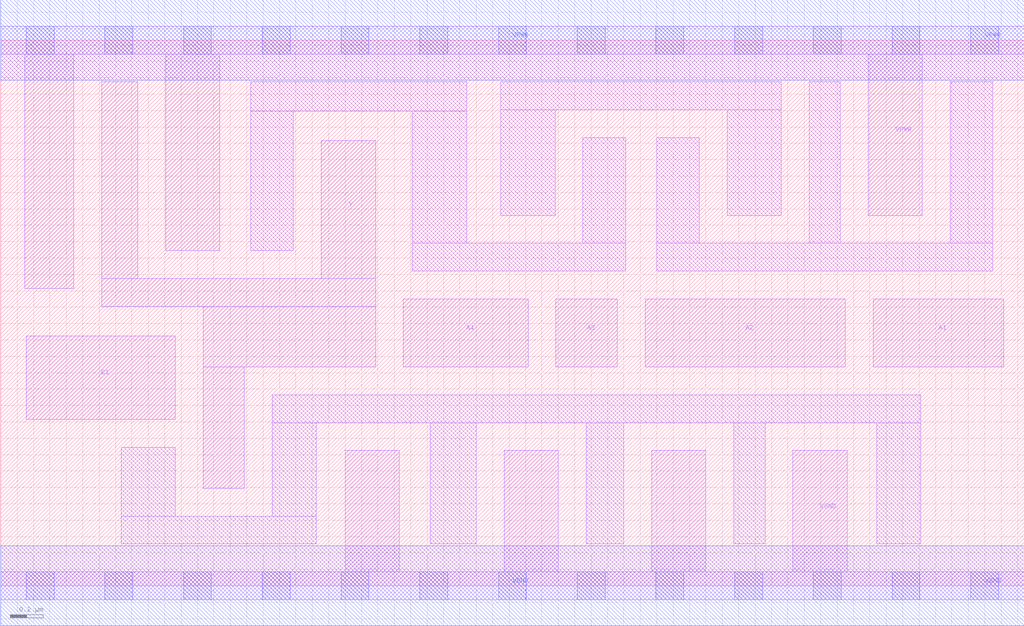
<source format=lef>
# Copyright 2020 The SkyWater PDK Authors
#
# Licensed under the Apache License, Version 2.0 (the "License");
# you may not use this file except in compliance with the License.
# You may obtain a copy of the License at
#
#     https://www.apache.org/licenses/LICENSE-2.0
#
# Unless required by applicable law or agreed to in writing, software
# distributed under the License is distributed on an "AS IS" BASIS,
# WITHOUT WARRANTIES OR CONDITIONS OF ANY KIND, either express or implied.
# See the License for the specific language governing permissions and
# limitations under the License.
#
# SPDX-License-Identifier: Apache-2.0

VERSION 5.7 ;
  NAMESCASESENSITIVE ON ;
  NOWIREEXTENSIONATPIN ON ;
  DIVIDERCHAR "/" ;
  BUSBITCHARS "[]" ;
UNITS
  DATABASE MICRONS 200 ;
END UNITS
MACRO sky130_fd_sc_lp__o41ai_2
  CLASS CORE ;
  SOURCE USER ;
  FOREIGN sky130_fd_sc_lp__o41ai_2 ;
  ORIGIN  0.000000  0.000000 ;
  SIZE  6.240000 BY  3.330000 ;
  SYMMETRY X Y R90 ;
  SITE unit ;
  PIN A1
    ANTENNAGATEAREA  0.630000 ;
    DIRECTION INPUT ;
    USE SIGNAL ;
    PORT
      LAYER li1 ;
        RECT 5.320000 1.335000 6.115000 1.750000 ;
    END
  END A1
  PIN A2
    ANTENNAGATEAREA  0.630000 ;
    DIRECTION INPUT ;
    USE SIGNAL ;
    PORT
      LAYER li1 ;
        RECT 3.930000 1.335000 5.150000 1.750000 ;
    END
  END A2
  PIN A3
    ANTENNAGATEAREA  0.630000 ;
    DIRECTION INPUT ;
    USE SIGNAL ;
    PORT
      LAYER li1 ;
        RECT 3.385000 1.335000 3.760000 1.750000 ;
    END
  END A3
  PIN A4
    ANTENNAGATEAREA  0.630000 ;
    DIRECTION INPUT ;
    USE SIGNAL ;
    PORT
      LAYER li1 ;
        RECT 2.455000 1.335000 3.215000 1.750000 ;
    END
  END A4
  PIN B1
    ANTENNAGATEAREA  0.630000 ;
    DIRECTION INPUT ;
    USE SIGNAL ;
    PORT
      LAYER li1 ;
        RECT 0.155000 1.015000 1.065000 1.525000 ;
    END
  END B1
  PIN Y
    ANTENNADIFFAREA  0.940800 ;
    DIRECTION OUTPUT ;
    USE SIGNAL ;
    PORT
      LAYER li1 ;
        RECT 0.615000 1.705000 2.285000 1.875000 ;
        RECT 0.615000 1.875000 0.835000 3.075000 ;
        RECT 1.235000 0.595000 1.485000 1.335000 ;
        RECT 1.235000 1.335000 2.285000 1.705000 ;
        RECT 1.955000 1.875000 2.285000 2.715000 ;
    END
  END Y
  PIN VGND
    DIRECTION INOUT ;
    USE GROUND ;
    PORT
      LAYER li1 ;
        RECT 0.000000 -0.085000 6.240000 0.085000 ;
        RECT 2.100000  0.085000 2.430000 0.825000 ;
        RECT 3.070000  0.085000 3.400000 0.825000 ;
        RECT 3.970000  0.085000 4.300000 0.825000 ;
        RECT 4.830000  0.085000 5.160000 0.825000 ;
      LAYER mcon ;
        RECT 0.155000 -0.085000 0.325000 0.085000 ;
        RECT 0.635000 -0.085000 0.805000 0.085000 ;
        RECT 1.115000 -0.085000 1.285000 0.085000 ;
        RECT 1.595000 -0.085000 1.765000 0.085000 ;
        RECT 2.075000 -0.085000 2.245000 0.085000 ;
        RECT 2.555000 -0.085000 2.725000 0.085000 ;
        RECT 3.035000 -0.085000 3.205000 0.085000 ;
        RECT 3.515000 -0.085000 3.685000 0.085000 ;
        RECT 3.995000 -0.085000 4.165000 0.085000 ;
        RECT 4.475000 -0.085000 4.645000 0.085000 ;
        RECT 4.955000 -0.085000 5.125000 0.085000 ;
        RECT 5.435000 -0.085000 5.605000 0.085000 ;
        RECT 5.915000 -0.085000 6.085000 0.085000 ;
      LAYER met1 ;
        RECT 0.000000 -0.245000 6.240000 0.245000 ;
    END
  END VGND
  PIN VPWR
    DIRECTION INOUT ;
    USE POWER ;
    PORT
      LAYER li1 ;
        RECT 0.000000 3.245000 6.240000 3.415000 ;
        RECT 0.145000 1.815000 0.445000 3.245000 ;
        RECT 1.005000 2.045000 1.335000 3.245000 ;
        RECT 5.290000 2.260000 5.620000 3.245000 ;
      LAYER mcon ;
        RECT 0.155000 3.245000 0.325000 3.415000 ;
        RECT 0.635000 3.245000 0.805000 3.415000 ;
        RECT 1.115000 3.245000 1.285000 3.415000 ;
        RECT 1.595000 3.245000 1.765000 3.415000 ;
        RECT 2.075000 3.245000 2.245000 3.415000 ;
        RECT 2.555000 3.245000 2.725000 3.415000 ;
        RECT 3.035000 3.245000 3.205000 3.415000 ;
        RECT 3.515000 3.245000 3.685000 3.415000 ;
        RECT 3.995000 3.245000 4.165000 3.415000 ;
        RECT 4.475000 3.245000 4.645000 3.415000 ;
        RECT 4.955000 3.245000 5.125000 3.415000 ;
        RECT 5.435000 3.245000 5.605000 3.415000 ;
        RECT 5.915000 3.245000 6.085000 3.415000 ;
      LAYER met1 ;
        RECT 0.000000 3.085000 6.240000 3.575000 ;
    END
  END VPWR
  OBS
    LAYER li1 ;
      RECT 0.735000 0.255000 1.925000 0.425000 ;
      RECT 0.735000 0.425000 1.065000 0.845000 ;
      RECT 1.525000 2.045000 1.785000 2.895000 ;
      RECT 1.525000 2.895000 2.840000 3.075000 ;
      RECT 1.655000 0.425000 1.925000 0.995000 ;
      RECT 1.655000 0.995000 5.610000 1.165000 ;
      RECT 2.510000 1.920000 3.810000 2.090000 ;
      RECT 2.510000 2.090000 2.840000 2.895000 ;
      RECT 2.620000 0.255000 2.900000 0.995000 ;
      RECT 3.050000 2.260000 3.380000 2.905000 ;
      RECT 3.050000 2.905000 4.760000 3.075000 ;
      RECT 3.550000 2.090000 3.810000 2.735000 ;
      RECT 3.570000 0.255000 3.800000 0.995000 ;
      RECT 4.000000 1.920000 6.050000 2.090000 ;
      RECT 4.000000 2.090000 4.260000 2.735000 ;
      RECT 4.430000 2.260000 4.760000 2.905000 ;
      RECT 4.470000 0.255000 4.660000 0.995000 ;
      RECT 4.930000 2.090000 5.120000 3.075000 ;
      RECT 5.340000 0.255000 5.610000 0.995000 ;
      RECT 5.790000 2.090000 6.050000 3.075000 ;
  END
END sky130_fd_sc_lp__o41ai_2

</source>
